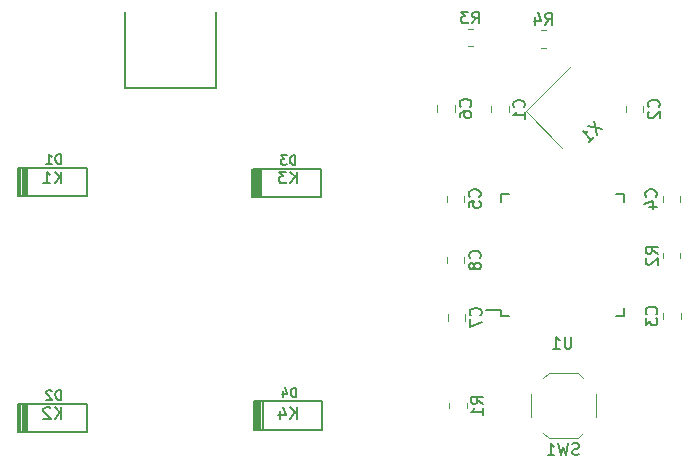
<source format=gbo>
G04 #@! TF.GenerationSoftware,KiCad,Pcbnew,(5.1.4-0-10_14)*
G04 #@! TF.CreationDate,2021-05-07T18:37:14+08:00*
G04 #@! TF.ProjectId,rqm-pcb,72716d2d-7063-4622-9e6b-696361645f70,rev?*
G04 #@! TF.SameCoordinates,Original*
G04 #@! TF.FileFunction,Legend,Bot*
G04 #@! TF.FilePolarity,Positive*
%FSLAX46Y46*%
G04 Gerber Fmt 4.6, Leading zero omitted, Abs format (unit mm)*
G04 Created by KiCad (PCBNEW (5.1.4-0-10_14)) date 2021-05-07 18:37:14*
%MOMM*%
%LPD*%
G04 APERTURE LIST*
%ADD10C,0.200000*%
%ADD11C,0.120000*%
%ADD12C,0.150000*%
G04 APERTURE END LIST*
D10*
X105500000Y-83460000D02*
X105500000Y-76960000D01*
X97800000Y-83460000D02*
X97800000Y-76960000D01*
X97800000Y-83460000D02*
X105500000Y-83460000D01*
D11*
X130295000Y-85491252D02*
X130295000Y-84968748D01*
X128825000Y-85491252D02*
X128825000Y-84968748D01*
X140225000Y-85461252D02*
X140225000Y-84938748D01*
X141695000Y-85461252D02*
X141695000Y-84938748D01*
X143385000Y-102468748D02*
X143385000Y-102991252D01*
X144855000Y-102468748D02*
X144855000Y-102991252D01*
X144815000Y-92538748D02*
X144815000Y-93061252D01*
X143345000Y-92538748D02*
X143345000Y-93061252D01*
X126525000Y-93061252D02*
X126525000Y-92538748D01*
X125055000Y-93061252D02*
X125055000Y-92538748D01*
X124275000Y-85421252D02*
X124275000Y-84898748D01*
X125745000Y-85421252D02*
X125745000Y-84898748D01*
X126615000Y-103111252D02*
X126615000Y-102588748D01*
X125145000Y-103111252D02*
X125145000Y-102588748D01*
X125075000Y-98261252D02*
X125075000Y-97738748D01*
X126545000Y-98261252D02*
X126545000Y-97738748D01*
D10*
X89495000Y-92590000D02*
X89495000Y-90190000D01*
X89320000Y-92590000D02*
X89320000Y-90190000D01*
X89145000Y-92590000D02*
X89145000Y-90190000D01*
X88745000Y-90190000D02*
X88745000Y-92590000D01*
X88970000Y-92590000D02*
X88970000Y-90190000D01*
X88845000Y-92590000D02*
X88845000Y-90190000D01*
X88770000Y-92590000D02*
X94570000Y-92590000D01*
X94570000Y-92590000D02*
X94570000Y-90190000D01*
X94570000Y-90190000D02*
X88770000Y-90190000D01*
X94570000Y-110160000D02*
X88770000Y-110160000D01*
X94570000Y-112560000D02*
X94570000Y-110160000D01*
X88770000Y-112560000D02*
X94570000Y-112560000D01*
X88845000Y-112560000D02*
X88845000Y-110160000D01*
X88970000Y-112560000D02*
X88970000Y-110160000D01*
X88745000Y-110160000D02*
X88745000Y-112560000D01*
X89145000Y-112560000D02*
X89145000Y-110160000D01*
X89320000Y-112560000D02*
X89320000Y-110160000D01*
X89495000Y-112560000D02*
X89495000Y-110160000D01*
X109365000Y-92690000D02*
X109365000Y-90290000D01*
X109190000Y-92690000D02*
X109190000Y-90290000D01*
X109015000Y-92690000D02*
X109015000Y-90290000D01*
X108615000Y-90290000D02*
X108615000Y-92690000D01*
X108840000Y-92690000D02*
X108840000Y-90290000D01*
X108715000Y-92690000D02*
X108715000Y-90290000D01*
X108640000Y-92690000D02*
X114440000Y-92690000D01*
X114440000Y-92690000D02*
X114440000Y-90290000D01*
X114440000Y-90290000D02*
X108640000Y-90290000D01*
X114540000Y-109960000D02*
X108740000Y-109960000D01*
X114540000Y-112360000D02*
X114540000Y-109960000D01*
X108740000Y-112360000D02*
X114540000Y-112360000D01*
X108815000Y-112360000D02*
X108815000Y-109960000D01*
X108940000Y-112360000D02*
X108940000Y-109960000D01*
X108715000Y-109960000D02*
X108715000Y-112360000D01*
X109115000Y-112360000D02*
X109115000Y-109960000D01*
X109290000Y-112360000D02*
X109290000Y-109960000D01*
X109465000Y-112360000D02*
X109465000Y-109960000D01*
D11*
X126755000Y-110557064D02*
X126755000Y-110102936D01*
X125285000Y-110557064D02*
X125285000Y-110102936D01*
X144845000Y-97392936D02*
X144845000Y-97847064D01*
X143375000Y-97392936D02*
X143375000Y-97847064D01*
X127297064Y-78415000D02*
X126842936Y-78415000D01*
X127297064Y-79885000D02*
X126842936Y-79885000D01*
X133477064Y-79995000D02*
X133022936Y-79995000D01*
X133477064Y-78525000D02*
X133022936Y-78525000D01*
X133230000Y-107990000D02*
X133680000Y-107540000D01*
X136630000Y-107990000D02*
X136180000Y-107540000D01*
X136630000Y-112590000D02*
X136180000Y-113040000D01*
X133230000Y-112590000D02*
X133680000Y-113040000D01*
X137680000Y-111290000D02*
X137680000Y-109290000D01*
X133680000Y-107540000D02*
X136180000Y-107540000D01*
X132180000Y-111290000D02*
X132180000Y-109290000D01*
X133680000Y-113040000D02*
X136180000Y-113040000D01*
D12*
X129685000Y-102755000D02*
X129685000Y-102180000D01*
X140035000Y-102755000D02*
X140035000Y-102080000D01*
X140035000Y-92405000D02*
X140035000Y-93080000D01*
X129685000Y-92405000D02*
X129685000Y-93080000D01*
X129685000Y-102755000D02*
X130360000Y-102755000D01*
X129685000Y-92405000D02*
X130360000Y-92405000D01*
X140035000Y-92405000D02*
X139360000Y-92405000D01*
X140035000Y-102755000D02*
X139360000Y-102755000D01*
X129685000Y-102180000D02*
X128410000Y-102180000D01*
D11*
X134846447Y-88484823D02*
X131735177Y-85373553D01*
X131735177Y-85373553D02*
X135553553Y-81555177D01*
D10*
X112382296Y-91504581D02*
X112382296Y-90504581D01*
X111810867Y-91504581D02*
X112239439Y-90933153D01*
X111810867Y-90504581D02*
X112382296Y-91076010D01*
X111477534Y-90504581D02*
X110858486Y-90504581D01*
X111191820Y-90885534D01*
X111048962Y-90885534D01*
X110953724Y-90933153D01*
X110906105Y-90980772D01*
X110858486Y-91076010D01*
X110858486Y-91314105D01*
X110906105Y-91409343D01*
X110953724Y-91456962D01*
X111048962Y-91504581D01*
X111334677Y-91504581D01*
X111429915Y-91456962D01*
X111477534Y-91409343D01*
D12*
X131597142Y-85063333D02*
X131644761Y-85015714D01*
X131692380Y-84872857D01*
X131692380Y-84777619D01*
X131644761Y-84634761D01*
X131549523Y-84539523D01*
X131454285Y-84491904D01*
X131263809Y-84444285D01*
X131120952Y-84444285D01*
X130930476Y-84491904D01*
X130835238Y-84539523D01*
X130740000Y-84634761D01*
X130692380Y-84777619D01*
X130692380Y-84872857D01*
X130740000Y-85015714D01*
X130787619Y-85063333D01*
X131692380Y-86015714D02*
X131692380Y-85444285D01*
X131692380Y-85730000D02*
X130692380Y-85730000D01*
X130835238Y-85634761D01*
X130930476Y-85539523D01*
X130978095Y-85444285D01*
X142997142Y-85033333D02*
X143044761Y-84985714D01*
X143092380Y-84842857D01*
X143092380Y-84747619D01*
X143044761Y-84604761D01*
X142949523Y-84509523D01*
X142854285Y-84461904D01*
X142663809Y-84414285D01*
X142520952Y-84414285D01*
X142330476Y-84461904D01*
X142235238Y-84509523D01*
X142140000Y-84604761D01*
X142092380Y-84747619D01*
X142092380Y-84842857D01*
X142140000Y-84985714D01*
X142187619Y-85033333D01*
X142187619Y-85414285D02*
X142140000Y-85461904D01*
X142092380Y-85557142D01*
X142092380Y-85795238D01*
X142140000Y-85890476D01*
X142187619Y-85938095D01*
X142282857Y-85985714D01*
X142378095Y-85985714D01*
X142520952Y-85938095D01*
X143092380Y-85366666D01*
X143092380Y-85985714D01*
X142797142Y-102563333D02*
X142844761Y-102515714D01*
X142892380Y-102372857D01*
X142892380Y-102277619D01*
X142844761Y-102134761D01*
X142749523Y-102039523D01*
X142654285Y-101991904D01*
X142463809Y-101944285D01*
X142320952Y-101944285D01*
X142130476Y-101991904D01*
X142035238Y-102039523D01*
X141940000Y-102134761D01*
X141892380Y-102277619D01*
X141892380Y-102372857D01*
X141940000Y-102515714D01*
X141987619Y-102563333D01*
X141892380Y-102896666D02*
X141892380Y-103515714D01*
X142273333Y-103182380D01*
X142273333Y-103325238D01*
X142320952Y-103420476D01*
X142368571Y-103468095D01*
X142463809Y-103515714D01*
X142701904Y-103515714D01*
X142797142Y-103468095D01*
X142844761Y-103420476D01*
X142892380Y-103325238D01*
X142892380Y-103039523D01*
X142844761Y-102944285D01*
X142797142Y-102896666D01*
X142757142Y-92633333D02*
X142804761Y-92585714D01*
X142852380Y-92442857D01*
X142852380Y-92347619D01*
X142804761Y-92204761D01*
X142709523Y-92109523D01*
X142614285Y-92061904D01*
X142423809Y-92014285D01*
X142280952Y-92014285D01*
X142090476Y-92061904D01*
X141995238Y-92109523D01*
X141900000Y-92204761D01*
X141852380Y-92347619D01*
X141852380Y-92442857D01*
X141900000Y-92585714D01*
X141947619Y-92633333D01*
X142185714Y-93490476D02*
X142852380Y-93490476D01*
X141804761Y-93252380D02*
X142519047Y-93014285D01*
X142519047Y-93633333D01*
X127827142Y-92633333D02*
X127874761Y-92585714D01*
X127922380Y-92442857D01*
X127922380Y-92347619D01*
X127874761Y-92204761D01*
X127779523Y-92109523D01*
X127684285Y-92061904D01*
X127493809Y-92014285D01*
X127350952Y-92014285D01*
X127160476Y-92061904D01*
X127065238Y-92109523D01*
X126970000Y-92204761D01*
X126922380Y-92347619D01*
X126922380Y-92442857D01*
X126970000Y-92585714D01*
X127017619Y-92633333D01*
X126922380Y-93538095D02*
X126922380Y-93061904D01*
X127398571Y-93014285D01*
X127350952Y-93061904D01*
X127303333Y-93157142D01*
X127303333Y-93395238D01*
X127350952Y-93490476D01*
X127398571Y-93538095D01*
X127493809Y-93585714D01*
X127731904Y-93585714D01*
X127827142Y-93538095D01*
X127874761Y-93490476D01*
X127922380Y-93395238D01*
X127922380Y-93157142D01*
X127874761Y-93061904D01*
X127827142Y-93014285D01*
X127047142Y-84993333D02*
X127094761Y-84945714D01*
X127142380Y-84802857D01*
X127142380Y-84707619D01*
X127094761Y-84564761D01*
X126999523Y-84469523D01*
X126904285Y-84421904D01*
X126713809Y-84374285D01*
X126570952Y-84374285D01*
X126380476Y-84421904D01*
X126285238Y-84469523D01*
X126190000Y-84564761D01*
X126142380Y-84707619D01*
X126142380Y-84802857D01*
X126190000Y-84945714D01*
X126237619Y-84993333D01*
X126142380Y-85850476D02*
X126142380Y-85660000D01*
X126190000Y-85564761D01*
X126237619Y-85517142D01*
X126380476Y-85421904D01*
X126570952Y-85374285D01*
X126951904Y-85374285D01*
X127047142Y-85421904D01*
X127094761Y-85469523D01*
X127142380Y-85564761D01*
X127142380Y-85755238D01*
X127094761Y-85850476D01*
X127047142Y-85898095D01*
X126951904Y-85945714D01*
X126713809Y-85945714D01*
X126618571Y-85898095D01*
X126570952Y-85850476D01*
X126523333Y-85755238D01*
X126523333Y-85564761D01*
X126570952Y-85469523D01*
X126618571Y-85421904D01*
X126713809Y-85374285D01*
X127917142Y-102683333D02*
X127964761Y-102635714D01*
X128012380Y-102492857D01*
X128012380Y-102397619D01*
X127964761Y-102254761D01*
X127869523Y-102159523D01*
X127774285Y-102111904D01*
X127583809Y-102064285D01*
X127440952Y-102064285D01*
X127250476Y-102111904D01*
X127155238Y-102159523D01*
X127060000Y-102254761D01*
X127012380Y-102397619D01*
X127012380Y-102492857D01*
X127060000Y-102635714D01*
X127107619Y-102683333D01*
X127012380Y-103016666D02*
X127012380Y-103683333D01*
X128012380Y-103254761D01*
X127847142Y-97833333D02*
X127894761Y-97785714D01*
X127942380Y-97642857D01*
X127942380Y-97547619D01*
X127894761Y-97404761D01*
X127799523Y-97309523D01*
X127704285Y-97261904D01*
X127513809Y-97214285D01*
X127370952Y-97214285D01*
X127180476Y-97261904D01*
X127085238Y-97309523D01*
X126990000Y-97404761D01*
X126942380Y-97547619D01*
X126942380Y-97642857D01*
X126990000Y-97785714D01*
X127037619Y-97833333D01*
X127370952Y-98404761D02*
X127323333Y-98309523D01*
X127275714Y-98261904D01*
X127180476Y-98214285D01*
X127132857Y-98214285D01*
X127037619Y-98261904D01*
X126990000Y-98309523D01*
X126942380Y-98404761D01*
X126942380Y-98595238D01*
X126990000Y-98690476D01*
X127037619Y-98738095D01*
X127132857Y-98785714D01*
X127180476Y-98785714D01*
X127275714Y-98738095D01*
X127323333Y-98690476D01*
X127370952Y-98595238D01*
X127370952Y-98404761D01*
X127418571Y-98309523D01*
X127466190Y-98261904D01*
X127561428Y-98214285D01*
X127751904Y-98214285D01*
X127847142Y-98261904D01*
X127894761Y-98309523D01*
X127942380Y-98404761D01*
X127942380Y-98595238D01*
X127894761Y-98690476D01*
X127847142Y-98738095D01*
X127751904Y-98785714D01*
X127561428Y-98785714D01*
X127466190Y-98738095D01*
X127418571Y-98690476D01*
X127370952Y-98595238D01*
X92360476Y-89826904D02*
X92360476Y-89026904D01*
X92170000Y-89026904D01*
X92055714Y-89065000D01*
X91979523Y-89141190D01*
X91941428Y-89217380D01*
X91903333Y-89369761D01*
X91903333Y-89484047D01*
X91941428Y-89636428D01*
X91979523Y-89712619D01*
X92055714Y-89788809D01*
X92170000Y-89826904D01*
X92360476Y-89826904D01*
X91141428Y-89826904D02*
X91598571Y-89826904D01*
X91370000Y-89826904D02*
X91370000Y-89026904D01*
X91446190Y-89141190D01*
X91522380Y-89217380D01*
X91598571Y-89255476D01*
X92360476Y-109796904D02*
X92360476Y-108996904D01*
X92170000Y-108996904D01*
X92055714Y-109035000D01*
X91979523Y-109111190D01*
X91941428Y-109187380D01*
X91903333Y-109339761D01*
X91903333Y-109454047D01*
X91941428Y-109606428D01*
X91979523Y-109682619D01*
X92055714Y-109758809D01*
X92170000Y-109796904D01*
X92360476Y-109796904D01*
X91598571Y-109073095D02*
X91560476Y-109035000D01*
X91484285Y-108996904D01*
X91293809Y-108996904D01*
X91217619Y-109035000D01*
X91179523Y-109073095D01*
X91141428Y-109149285D01*
X91141428Y-109225476D01*
X91179523Y-109339761D01*
X91636666Y-109796904D01*
X91141428Y-109796904D01*
X112230476Y-89926904D02*
X112230476Y-89126904D01*
X112040000Y-89126904D01*
X111925714Y-89165000D01*
X111849523Y-89241190D01*
X111811428Y-89317380D01*
X111773333Y-89469761D01*
X111773333Y-89584047D01*
X111811428Y-89736428D01*
X111849523Y-89812619D01*
X111925714Y-89888809D01*
X112040000Y-89926904D01*
X112230476Y-89926904D01*
X111506666Y-89126904D02*
X111011428Y-89126904D01*
X111278095Y-89431666D01*
X111163809Y-89431666D01*
X111087619Y-89469761D01*
X111049523Y-89507857D01*
X111011428Y-89584047D01*
X111011428Y-89774523D01*
X111049523Y-89850714D01*
X111087619Y-89888809D01*
X111163809Y-89926904D01*
X111392380Y-89926904D01*
X111468571Y-89888809D01*
X111506666Y-89850714D01*
X112330476Y-109596904D02*
X112330476Y-108796904D01*
X112140000Y-108796904D01*
X112025714Y-108835000D01*
X111949523Y-108911190D01*
X111911428Y-108987380D01*
X111873333Y-109139761D01*
X111873333Y-109254047D01*
X111911428Y-109406428D01*
X111949523Y-109482619D01*
X112025714Y-109558809D01*
X112140000Y-109596904D01*
X112330476Y-109596904D01*
X111187619Y-109063571D02*
X111187619Y-109596904D01*
X111378095Y-108758809D02*
X111568571Y-109330238D01*
X111073333Y-109330238D01*
D10*
X92442296Y-91504581D02*
X92442296Y-90504581D01*
X91870867Y-91504581D02*
X92299439Y-90933153D01*
X91870867Y-90504581D02*
X92442296Y-91076010D01*
X90918486Y-91504581D02*
X91489915Y-91504581D01*
X91204201Y-91504581D02*
X91204201Y-90504581D01*
X91299439Y-90647439D01*
X91394677Y-90742677D01*
X91489915Y-90790296D01*
X92442296Y-111444581D02*
X92442296Y-110444581D01*
X91870867Y-111444581D02*
X92299439Y-110873153D01*
X91870867Y-110444581D02*
X92442296Y-111016010D01*
X91489915Y-110539820D02*
X91442296Y-110492201D01*
X91347058Y-110444581D01*
X91108962Y-110444581D01*
X91013724Y-110492201D01*
X90966105Y-110539820D01*
X90918486Y-110635058D01*
X90918486Y-110730296D01*
X90966105Y-110873153D01*
X91537534Y-111444581D01*
X90918486Y-111444581D01*
X112382296Y-111444581D02*
X112382296Y-110444581D01*
X111810867Y-111444581D02*
X112239439Y-110873153D01*
X111810867Y-110444581D02*
X112382296Y-111016010D01*
X110953724Y-110777915D02*
X110953724Y-111444581D01*
X111191820Y-110396962D02*
X111429915Y-111111248D01*
X110810867Y-111111248D01*
D12*
X128122380Y-110163333D02*
X127646190Y-109830000D01*
X128122380Y-109591904D02*
X127122380Y-109591904D01*
X127122380Y-109972857D01*
X127170000Y-110068095D01*
X127217619Y-110115714D01*
X127312857Y-110163333D01*
X127455714Y-110163333D01*
X127550952Y-110115714D01*
X127598571Y-110068095D01*
X127646190Y-109972857D01*
X127646190Y-109591904D01*
X128122380Y-111115714D02*
X128122380Y-110544285D01*
X128122380Y-110830000D02*
X127122380Y-110830000D01*
X127265238Y-110734761D01*
X127360476Y-110639523D01*
X127408095Y-110544285D01*
X142912380Y-97453333D02*
X142436190Y-97120000D01*
X142912380Y-96881904D02*
X141912380Y-96881904D01*
X141912380Y-97262857D01*
X141960000Y-97358095D01*
X142007619Y-97405714D01*
X142102857Y-97453333D01*
X142245714Y-97453333D01*
X142340952Y-97405714D01*
X142388571Y-97358095D01*
X142436190Y-97262857D01*
X142436190Y-96881904D01*
X142007619Y-97834285D02*
X141960000Y-97881904D01*
X141912380Y-97977142D01*
X141912380Y-98215238D01*
X141960000Y-98310476D01*
X142007619Y-98358095D01*
X142102857Y-98405714D01*
X142198095Y-98405714D01*
X142340952Y-98358095D01*
X142912380Y-97786666D01*
X142912380Y-98405714D01*
X127236666Y-77952380D02*
X127570000Y-77476190D01*
X127808095Y-77952380D02*
X127808095Y-76952380D01*
X127427142Y-76952380D01*
X127331904Y-77000000D01*
X127284285Y-77047619D01*
X127236666Y-77142857D01*
X127236666Y-77285714D01*
X127284285Y-77380952D01*
X127331904Y-77428571D01*
X127427142Y-77476190D01*
X127808095Y-77476190D01*
X126903333Y-76952380D02*
X126284285Y-76952380D01*
X126617619Y-77333333D01*
X126474761Y-77333333D01*
X126379523Y-77380952D01*
X126331904Y-77428571D01*
X126284285Y-77523809D01*
X126284285Y-77761904D01*
X126331904Y-77857142D01*
X126379523Y-77904761D01*
X126474761Y-77952380D01*
X126760476Y-77952380D01*
X126855714Y-77904761D01*
X126903333Y-77857142D01*
X133416666Y-78062380D02*
X133750000Y-77586190D01*
X133988095Y-78062380D02*
X133988095Y-77062380D01*
X133607142Y-77062380D01*
X133511904Y-77110000D01*
X133464285Y-77157619D01*
X133416666Y-77252857D01*
X133416666Y-77395714D01*
X133464285Y-77490952D01*
X133511904Y-77538571D01*
X133607142Y-77586190D01*
X133988095Y-77586190D01*
X132559523Y-77395714D02*
X132559523Y-78062380D01*
X132797619Y-77014761D02*
X133035714Y-77729047D01*
X132416666Y-77729047D01*
X136263333Y-114444761D02*
X136120476Y-114492380D01*
X135882380Y-114492380D01*
X135787142Y-114444761D01*
X135739523Y-114397142D01*
X135691904Y-114301904D01*
X135691904Y-114206666D01*
X135739523Y-114111428D01*
X135787142Y-114063809D01*
X135882380Y-114016190D01*
X136072857Y-113968571D01*
X136168095Y-113920952D01*
X136215714Y-113873333D01*
X136263333Y-113778095D01*
X136263333Y-113682857D01*
X136215714Y-113587619D01*
X136168095Y-113540000D01*
X136072857Y-113492380D01*
X135834761Y-113492380D01*
X135691904Y-113540000D01*
X135358571Y-113492380D02*
X135120476Y-114492380D01*
X134930000Y-113778095D01*
X134739523Y-114492380D01*
X134501428Y-113492380D01*
X133596666Y-114492380D02*
X134168095Y-114492380D01*
X133882380Y-114492380D02*
X133882380Y-113492380D01*
X133977619Y-113635238D01*
X134072857Y-113730476D01*
X134168095Y-113778095D01*
X135621904Y-104482380D02*
X135621904Y-105291904D01*
X135574285Y-105387142D01*
X135526666Y-105434761D01*
X135431428Y-105482380D01*
X135240952Y-105482380D01*
X135145714Y-105434761D01*
X135098095Y-105387142D01*
X135050476Y-105291904D01*
X135050476Y-104482380D01*
X134050476Y-105482380D02*
X134621904Y-105482380D01*
X134336190Y-105482380D02*
X134336190Y-104482380D01*
X134431428Y-104625238D01*
X134526666Y-104720476D01*
X134621904Y-104768095D01*
X137506514Y-86181675D02*
X137742216Y-87360186D01*
X137035110Y-86653079D02*
X138213621Y-86888781D01*
X137102453Y-87999949D02*
X137506514Y-87595888D01*
X137304484Y-87797919D02*
X136597377Y-87090812D01*
X136765736Y-87124484D01*
X136900423Y-87124484D01*
X137001438Y-87090812D01*
M02*

</source>
